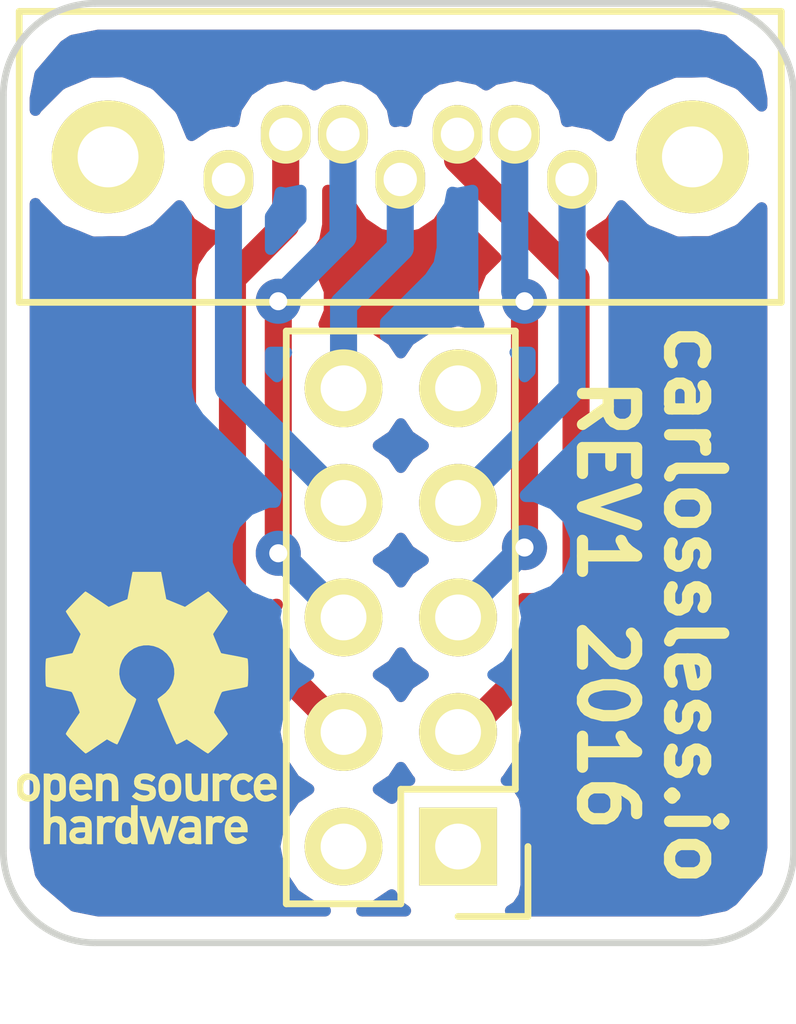
<source format=kicad_pcb>
(kicad_pcb (version 4) (host pcbnew 4.0.4-stable)

  (general
    (links 7)
    (no_connects 0)
    (area 139.624999 101.524999 157.301001 122.503001)
    (thickness 1.6)
    (drawings 9)
    (tracks 33)
    (zones 0)
    (modules 3)
    (nets 11)
  )

  (page A4)
  (layers
    (0 F.Cu signal)
    (31 B.Cu signal)
    (32 B.Adhes user)
    (33 F.Adhes user)
    (34 B.Paste user)
    (35 F.Paste user)
    (36 B.SilkS user)
    (37 F.SilkS user)
    (38 B.Mask user)
    (39 F.Mask user)
    (40 Dwgs.User user)
    (41 Cmts.User user)
    (42 Eco1.User user)
    (43 Eco2.User user)
    (44 Edge.Cuts user)
    (45 Margin user)
    (46 B.CrtYd user)
    (47 F.CrtYd user)
    (48 B.Fab user)
    (49 F.Fab user)
  )

  (setup
    (last_trace_width 0.6)
    (trace_clearance 0.2)
    (zone_clearance 0.508)
    (zone_45_only no)
    (trace_min 0.2)
    (segment_width 0.2)
    (edge_width 0.15)
    (via_size 1)
    (via_drill 0.4)
    (via_min_size 0.4)
    (via_min_drill 0.3)
    (uvia_size 0.3)
    (uvia_drill 0.1)
    (uvias_allowed no)
    (uvia_min_size 0.2)
    (uvia_min_drill 0.1)
    (pcb_text_width 0.3)
    (pcb_text_size 1.5 1.5)
    (mod_edge_width 0.15)
    (mod_text_size 1 1)
    (mod_text_width 0.15)
    (pad_size 1.524 1.524)
    (pad_drill 0.762)
    (pad_to_mask_clearance 0.2)
    (aux_axis_origin 0 0)
    (visible_elements FFFFFF7F)
    (pcbplotparams
      (layerselection 0x00030_80000001)
      (usegerberextensions false)
      (excludeedgelayer true)
      (linewidth 0.100000)
      (plotframeref false)
      (viasonmask false)
      (mode 1)
      (useauxorigin false)
      (hpglpennumber 1)
      (hpglpenspeed 20)
      (hpglpendiameter 15)
      (hpglpenoverlay 2)
      (psnegative false)
      (psa4output false)
      (plotreference true)
      (plotvalue true)
      (plotinvisibletext false)
      (padsonsilk false)
      (subtractmaskfromsilk false)
      (outputformat 1)
      (mirror false)
      (drillshape 1)
      (scaleselection 1)
      (outputdirectory ""))
  )

  (net 0 "")
  (net 1 USB1_D+)
  (net 2 USB1_D-)
  (net 3 USB2_D+)
  (net 4 USB2_D-)
  (net 5 USB2_GND)
  (net 6 USBB_GND)
  (net 7 USB1_GND)
  (net 8 "Net-(P2-Pad1)")
  (net 9 "Net-(P2-Pad2)")
  (net 10 "Net-(P2-Pad9)")

  (net_class Default "This is the default net class."
    (clearance 0.2)
    (trace_width 0.6)
    (via_dia 1)
    (via_drill 0.4)
    (uvia_dia 0.3)
    (uvia_drill 0.1)
    (add_net "Net-(P2-Pad1)")
    (add_net "Net-(P2-Pad2)")
    (add_net "Net-(P2-Pad9)")
    (add_net USB1_D+)
    (add_net USB1_D-)
    (add_net USB1_GND)
    (add_net USB2_D+)
    (add_net USB2_D-)
    (add_net USB2_GND)
    (add_net USBB_GND)
  )

  (module Connect:SATA-7_THT_VERT_1 (layer F.Cu) (tedit 58026028) (tstamp 580254F7)
    (at 148.5011 105.0036)
    (path /58025441)
    (fp_text reference P1 (at 0 -4.191) (layer F.SilkS) hide
      (effects (font (size 1 1) (thickness 0.15)))
    )
    (fp_text value CONN_01X07 (at 0 -2.286) (layer F.Fab)
      (effects (font (size 1 1) (thickness 0.15)))
    )
    (fp_line (start -8.45 -3.225) (end 8.45 -3.225) (layer F.SilkS) (width 0.15))
    (fp_line (start 8.45 -3.225) (end 8.45 3.225) (layer F.SilkS) (width 0.15))
    (fp_line (start 8.45 3.225) (end -8.45 3.225) (layer F.SilkS) (width 0.15))
    (fp_line (start -8.45 3.225) (end -8.45 -3.225) (layer F.SilkS) (width 0.15))
    (pad 9 thru_hole circle (at 6.48 0) (size 2.5 2.5) (drill 1.35) (layers *.Cu *.Mask F.SilkS))
    (pad 2 thru_hole oval (at 2.54 -0.5) (size 1.1 1.3) (drill 0.74) (layers *.Cu *.Mask F.SilkS)
      (net 1 USB1_D+))
    (pad 8 thru_hole circle (at -6.48 0) (size 2.5 2.5) (drill 1.35) (layers *.Cu *.Mask F.SilkS))
    (pad 3 thru_hole oval (at 1.27 -0.5) (size 1.1 1.3) (drill 0.74) (layers *.Cu *.Mask F.SilkS)
      (net 2 USB1_D-))
    (pad 5 thru_hole oval (at -1.27 -0.5) (size 1.1 1.3) (drill 0.74) (layers *.Cu *.Mask F.SilkS)
      (net 3 USB2_D+))
    (pad 6 thru_hole oval (at -2.54 -0.5) (size 1.1 1.3) (drill 0.74) (layers *.Cu *.Mask F.SilkS)
      (net 4 USB2_D-))
    (pad 7 thru_hole oval (at -3.81 0.5) (size 1.1 1.3) (drill 0.74) (layers *.Cu *.Mask F.SilkS)
      (net 5 USB2_GND))
    (pad 4 thru_hole oval (at 0 0.5) (size 1.1 1.3) (drill 0.74) (layers *.Cu *.Mask F.SilkS)
      (net 6 USBB_GND))
    (pad 1 thru_hole oval (at 3.81 0.5) (size 1.1 1.3) (drill 0.74) (layers *.Cu *.Mask F.SilkS)
      (net 7 USB1_GND))
  )

  (module Pin_Headers:Pin_Header_Straight_2x05 locked (layer F.Cu) (tedit 58026030) (tstamp 58025511)
    (at 149.7838 120.2944 180)
    (descr "Through hole pin header")
    (tags "pin header")
    (path /58025527)
    (fp_text reference P2 (at 0 -5.1 180) (layer F.SilkS) hide
      (effects (font (size 1 1) (thickness 0.15)))
    )
    (fp_text value CONN_02X05 (at 0 -3.1 180) (layer F.Fab)
      (effects (font (size 1 1) (thickness 0.15)))
    )
    (fp_line (start -1.75 -1.75) (end -1.75 11.95) (layer F.CrtYd) (width 0.05))
    (fp_line (start 4.3 -1.75) (end 4.3 11.95) (layer F.CrtYd) (width 0.05))
    (fp_line (start -1.75 -1.75) (end 4.3 -1.75) (layer F.CrtYd) (width 0.05))
    (fp_line (start -1.75 11.95) (end 4.3 11.95) (layer F.CrtYd) (width 0.05))
    (fp_line (start 3.81 -1.27) (end 3.81 11.43) (layer F.SilkS) (width 0.15))
    (fp_line (start 3.81 11.43) (end -1.27 11.43) (layer F.SilkS) (width 0.15))
    (fp_line (start -1.27 11.43) (end -1.27 1.27) (layer F.SilkS) (width 0.15))
    (fp_line (start 3.81 -1.27) (end 1.27 -1.27) (layer F.SilkS) (width 0.15))
    (fp_line (start 0 -1.55) (end -1.55 -1.55) (layer F.SilkS) (width 0.15))
    (fp_line (start 1.27 -1.27) (end 1.27 1.27) (layer F.SilkS) (width 0.15))
    (fp_line (start 1.27 1.27) (end -1.27 1.27) (layer F.SilkS) (width 0.15))
    (fp_line (start -1.55 -1.55) (end -1.55 0) (layer F.SilkS) (width 0.15))
    (pad 1 thru_hole rect (at 0 0 180) (size 1.7272 1.7272) (drill 1.016) (layers *.Cu *.Mask F.SilkS)
      (net 8 "Net-(P2-Pad1)"))
    (pad 2 thru_hole oval (at 2.54 0 180) (size 1.7272 1.7272) (drill 1.016) (layers *.Cu *.Mask F.SilkS)
      (net 9 "Net-(P2-Pad2)"))
    (pad 3 thru_hole oval (at 0 2.54 180) (size 1.7272 1.7272) (drill 1.016) (layers *.Cu *.Mask F.SilkS)
      (net 2 USB1_D-))
    (pad 4 thru_hole oval (at 2.54 2.54 180) (size 1.7272 1.7272) (drill 1.016) (layers *.Cu *.Mask F.SilkS)
      (net 4 USB2_D-))
    (pad 5 thru_hole oval (at 0 5.08 180) (size 1.7272 1.7272) (drill 1.016) (layers *.Cu *.Mask F.SilkS)
      (net 1 USB1_D+))
    (pad 6 thru_hole oval (at 2.54 5.08 180) (size 1.7272 1.7272) (drill 1.016) (layers *.Cu *.Mask F.SilkS)
      (net 3 USB2_D+))
    (pad 7 thru_hole oval (at 0 7.62 180) (size 1.7272 1.7272) (drill 1.016) (layers *.Cu *.Mask F.SilkS)
      (net 7 USB1_GND))
    (pad 8 thru_hole oval (at 2.54 7.62 180) (size 1.7272 1.7272) (drill 1.016) (layers *.Cu *.Mask F.SilkS)
      (net 5 USB2_GND))
    (pad 9 thru_hole oval (at 0 10.16 180) (size 1.7272 1.7272) (drill 1.016) (layers *.Cu *.Mask F.SilkS)
      (net 10 "Net-(P2-Pad9)"))
    (pad 10 thru_hole oval (at 2.54 10.16 180) (size 1.7272 1.7272) (drill 1.016) (layers *.Cu *.Mask F.SilkS)
      (net 6 USBB_GND))
    (model Pin_Headers.3dshapes/Pin_Header_Straight_2x05.wrl
      (at (xyz 0.05 -0.2 0))
      (scale (xyz 1 1 1))
      (rotate (xyz 0 0 90))
    )
  )

  (module Symbols:OSHW-Logo_5.7x6mm_SilkScreen (layer F.Cu) (tedit 0) (tstamp 580269B5)
    (at 142.875 117.221)
    (descr "Open Source Hardware Logo")
    (tags "Logo OSHW")
    (attr virtual)
    (fp_text reference REF*** (at 0 0) (layer F.SilkS) hide
      (effects (font (size 1 1) (thickness 0.15)))
    )
    (fp_text value OSHW-Logo_5.7x6mm_SilkScreen (at 0.75 0) (layer F.Fab) hide
      (effects (font (size 1 1) (thickness 0.15)))
    )
    (fp_poly (pts (xy -1.908759 1.469184) (xy -1.882247 1.482282) (xy -1.849553 1.505106) (xy -1.825725 1.529996)
      (xy -1.809406 1.561249) (xy -1.79924 1.603166) (xy -1.793872 1.660044) (xy -1.791944 1.736184)
      (xy -1.791831 1.768917) (xy -1.792161 1.840656) (xy -1.793527 1.891927) (xy -1.7965 1.927404)
      (xy -1.801649 1.951763) (xy -1.809543 1.96968) (xy -1.817757 1.981902) (xy -1.870187 2.033905)
      (xy -1.93193 2.065184) (xy -1.998536 2.074592) (xy -2.065558 2.06098) (xy -2.086792 2.051354)
      (xy -2.137624 2.024859) (xy -2.137624 2.440052) (xy -2.100525 2.420868) (xy -2.051643 2.406025)
      (xy -1.991561 2.402222) (xy -1.931564 2.409243) (xy -1.886256 2.425013) (xy -1.848675 2.455047)
      (xy -1.816564 2.498024) (xy -1.81415 2.502436) (xy -1.803967 2.523221) (xy -1.79653 2.54417)
      (xy -1.791411 2.569548) (xy -1.788181 2.603618) (xy -1.786413 2.650641) (xy -1.785677 2.714882)
      (xy -1.785544 2.787176) (xy -1.785544 3.017822) (xy -1.923861 3.017822) (xy -1.923861 2.592533)
      (xy -1.962549 2.559979) (xy -2.002738 2.53394) (xy -2.040797 2.529205) (xy -2.079066 2.541389)
      (xy -2.099462 2.55332) (xy -2.114642 2.570313) (xy -2.125438 2.595995) (xy -2.132683 2.633991)
      (xy -2.137208 2.687926) (xy -2.139844 2.761425) (xy -2.140772 2.810347) (xy -2.143911 3.011535)
      (xy -2.209926 3.015336) (xy -2.27594 3.019136) (xy -2.27594 1.77065) (xy -2.137624 1.77065)
      (xy -2.134097 1.840254) (xy -2.122215 1.888569) (xy -2.10002 1.918631) (xy -2.065559 1.933471)
      (xy -2.030742 1.936436) (xy -1.991329 1.933028) (xy -1.965171 1.919617) (xy -1.948814 1.901896)
      (xy -1.935937 1.882835) (xy -1.928272 1.861601) (xy -1.924861 1.831849) (xy -1.924749 1.787236)
      (xy -1.925897 1.74988) (xy -1.928532 1.693604) (xy -1.932456 1.656658) (xy -1.939063 1.633223)
      (xy -1.949749 1.61748) (xy -1.959833 1.60838) (xy -2.00197 1.588537) (xy -2.05184 1.585332)
      (xy -2.080476 1.592168) (xy -2.108828 1.616464) (xy -2.127609 1.663728) (xy -2.136712 1.733624)
      (xy -2.137624 1.77065) (xy -2.27594 1.77065) (xy -2.27594 1.458614) (xy -2.206782 1.458614)
      (xy -2.16526 1.460256) (xy -2.143838 1.466087) (xy -2.137626 1.477461) (xy -2.137624 1.477798)
      (xy -2.134742 1.488938) (xy -2.12203 1.487673) (xy -2.096757 1.475433) (xy -2.037869 1.456707)
      (xy -1.971615 1.454739) (xy -1.908759 1.469184)) (layer F.SilkS) (width 0.01))
    (fp_poly (pts (xy -1.38421 2.406555) (xy -1.325055 2.422339) (xy -1.280023 2.450948) (xy -1.248246 2.488419)
      (xy -1.238366 2.504411) (xy -1.231073 2.521163) (xy -1.225974 2.542592) (xy -1.222679 2.572616)
      (xy -1.220797 2.615154) (xy -1.219937 2.674122) (xy -1.219707 2.75344) (xy -1.219703 2.774484)
      (xy -1.219703 3.017822) (xy -1.280059 3.017822) (xy -1.318557 3.015126) (xy -1.347023 3.008295)
      (xy -1.354155 3.004083) (xy -1.373652 2.996813) (xy -1.393566 3.004083) (xy -1.426353 3.01316)
      (xy -1.473978 3.016813) (xy -1.526764 3.015228) (xy -1.575036 3.008589) (xy -1.603218 3.000072)
      (xy -1.657753 2.965063) (xy -1.691835 2.916479) (xy -1.707157 2.851882) (xy -1.707299 2.850223)
      (xy -1.705955 2.821566) (xy -1.584356 2.821566) (xy -1.573726 2.854161) (xy -1.55641 2.872505)
      (xy -1.521652 2.886379) (xy -1.475773 2.891917) (xy -1.428988 2.889191) (xy -1.391514 2.878274)
      (xy -1.381015 2.871269) (xy -1.362668 2.838904) (xy -1.35802 2.802111) (xy -1.35802 2.753763)
      (xy -1.427582 2.753763) (xy -1.493667 2.75885) (xy -1.543764 2.773263) (xy -1.574929 2.795729)
      (xy -1.584356 2.821566) (xy -1.705955 2.821566) (xy -1.703987 2.779647) (xy -1.68071 2.723845)
      (xy -1.636948 2.681647) (xy -1.630899 2.677808) (xy -1.604907 2.665309) (xy -1.572735 2.65774)
      (xy -1.52776 2.654061) (xy -1.474331 2.653216) (xy -1.35802 2.653169) (xy -1.35802 2.604411)
      (xy -1.362953 2.566581) (xy -1.375543 2.541236) (xy -1.377017 2.539887) (xy -1.405034 2.5288)
      (xy -1.447326 2.524503) (xy -1.494064 2.526615) (xy -1.535418 2.534756) (xy -1.559957 2.546965)
      (xy -1.573253 2.556746) (xy -1.587294 2.558613) (xy -1.606671 2.5506) (xy -1.635976 2.530739)
      (xy -1.679803 2.497063) (xy -1.683825 2.493909) (xy -1.681764 2.482236) (xy -1.664568 2.462822)
      (xy -1.638433 2.441248) (xy -1.609552 2.423096) (xy -1.600478 2.418809) (xy -1.56738 2.410256)
      (xy -1.51888 2.404155) (xy -1.464695 2.401708) (xy -1.462161 2.401703) (xy -1.38421 2.406555)) (layer F.SilkS) (width 0.01))
    (fp_poly (pts (xy -0.993356 2.40302) (xy -0.974539 2.40866) (xy -0.968473 2.421053) (xy -0.968218 2.426647)
      (xy -0.967129 2.44223) (xy -0.959632 2.444676) (xy -0.939381 2.433993) (xy -0.927351 2.426694)
      (xy -0.8894 2.411063) (xy -0.844072 2.403334) (xy -0.796544 2.40274) (xy -0.751995 2.408513)
      (xy -0.715602 2.419884) (xy -0.692543 2.436088) (xy -0.687996 2.456355) (xy -0.690291 2.461843)
      (xy -0.70702 2.484626) (xy -0.732963 2.512647) (xy -0.737655 2.517177) (xy -0.762383 2.538005)
      (xy -0.783718 2.544735) (xy -0.813555 2.540038) (xy -0.825508 2.536917) (xy -0.862705 2.529421)
      (xy -0.888859 2.532792) (xy -0.910946 2.544681) (xy -0.931178 2.560635) (xy -0.946079 2.5807)
      (xy -0.956434 2.608702) (xy -0.963029 2.648467) (xy -0.966649 2.703823) (xy -0.968078 2.778594)
      (xy -0.968218 2.82374) (xy -0.968218 3.017822) (xy -1.09396 3.017822) (xy -1.09396 2.401683)
      (xy -1.031089 2.401683) (xy -0.993356 2.40302)) (layer F.SilkS) (width 0.01))
    (fp_poly (pts (xy -0.201188 3.017822) (xy -0.270346 3.017822) (xy -0.310488 3.016645) (xy -0.331394 3.011772)
      (xy -0.338922 3.001186) (xy -0.339505 2.994029) (xy -0.340774 2.979676) (xy -0.348779 2.976923)
      (xy -0.369815 2.985771) (xy -0.386173 2.994029) (xy -0.448977 3.013597) (xy -0.517248 3.014729)
      (xy -0.572752 3.000135) (xy -0.624438 2.964877) (xy -0.663838 2.912835) (xy -0.685413 2.85145)
      (xy -0.685962 2.848018) (xy -0.689167 2.810571) (xy -0.690761 2.756813) (xy -0.690633 2.716155)
      (xy -0.553279 2.716155) (xy -0.550097 2.770194) (xy -0.542859 2.814735) (xy -0.53306 2.839888)
      (xy -0.495989 2.87426) (xy -0.451974 2.886582) (xy -0.406584 2.876618) (xy -0.367797 2.846895)
      (xy -0.353108 2.826905) (xy -0.344519 2.80305) (xy -0.340496 2.76823) (xy -0.339505 2.71593)
      (xy -0.341278 2.664139) (xy -0.345963 2.618634) (xy -0.352603 2.588181) (xy -0.35371 2.585452)
      (xy -0.380491 2.553) (xy -0.419579 2.535183) (xy -0.463315 2.532306) (xy -0.504038 2.544674)
      (xy -0.534087 2.572593) (xy -0.537204 2.578148) (xy -0.546961 2.612022) (xy -0.552277 2.660728)
      (xy -0.553279 2.716155) (xy -0.690633 2.716155) (xy -0.690568 2.69554) (xy -0.689664 2.662563)
      (xy -0.683514 2.580981) (xy -0.670733 2.51973) (xy -0.649471 2.474449) (xy -0.617878 2.440779)
      (xy -0.587207 2.421014) (xy -0.544354 2.40712) (xy -0.491056 2.402354) (xy -0.43648 2.406236)
      (xy -0.389792 2.418282) (xy -0.365124 2.432693) (xy -0.339505 2.455878) (xy -0.339505 2.162773)
      (xy -0.201188 2.162773) (xy -0.201188 3.017822)) (layer F.SilkS) (width 0.01))
    (fp_poly (pts (xy 0.281524 2.404237) (xy 0.331255 2.407971) (xy 0.461291 2.797773) (xy 0.481678 2.728614)
      (xy 0.493946 2.685874) (xy 0.510085 2.628115) (xy 0.527512 2.564625) (xy 0.536726 2.53057)
      (xy 0.571388 2.401683) (xy 0.714391 2.401683) (xy 0.671646 2.536857) (xy 0.650596 2.603342)
      (xy 0.625167 2.683539) (xy 0.59861 2.767193) (xy 0.574902 2.841782) (xy 0.520902 3.011535)
      (xy 0.462598 3.015328) (xy 0.404295 3.019122) (xy 0.372679 2.914734) (xy 0.353182 2.849889)
      (xy 0.331904 2.7784) (xy 0.313308 2.715263) (xy 0.312574 2.71275) (xy 0.298684 2.669969)
      (xy 0.286429 2.640779) (xy 0.277846 2.629741) (xy 0.276082 2.631018) (xy 0.269891 2.64813)
      (xy 0.258128 2.684787) (xy 0.242225 2.736378) (xy 0.223614 2.798294) (xy 0.213543 2.832352)
      (xy 0.159007 3.017822) (xy 0.043264 3.017822) (xy -0.049263 2.725471) (xy -0.075256 2.643462)
      (xy -0.098934 2.568987) (xy -0.11918 2.505544) (xy -0.134874 2.456632) (xy -0.144898 2.425749)
      (xy -0.147945 2.416726) (xy -0.145533 2.407487) (xy -0.126592 2.403441) (xy -0.087177 2.403846)
      (xy -0.081007 2.404152) (xy -0.007914 2.407971) (xy 0.039957 2.58401) (xy 0.057553 2.648211)
      (xy 0.073277 2.704649) (xy 0.085746 2.748422) (xy 0.093574 2.77463) (xy 0.09502 2.778903)
      (xy 0.101014 2.77399) (xy 0.113101 2.748532) (xy 0.129893 2.705997) (xy 0.150003 2.64985)
      (xy 0.167003 2.59913) (xy 0.231794 2.400504) (xy 0.281524 2.404237)) (layer F.SilkS) (width 0.01))
    (fp_poly (pts (xy 1.038411 2.405417) (xy 1.091411 2.41829) (xy 1.106731 2.42511) (xy 1.136428 2.442974)
      (xy 1.15922 2.463093) (xy 1.176083 2.488962) (xy 1.187998 2.524073) (xy 1.195942 2.57192)
      (xy 1.200894 2.635996) (xy 1.203831 2.719794) (xy 1.204947 2.775768) (xy 1.209052 3.017822)
      (xy 1.138932 3.017822) (xy 1.096393 3.016038) (xy 1.074476 3.009942) (xy 1.068812 2.999706)
      (xy 1.065821 2.988637) (xy 1.052451 2.990754) (xy 1.034233 2.999629) (xy 0.988624 3.013233)
      (xy 0.930007 3.016899) (xy 0.868354 3.010903) (xy 0.813638 2.995521) (xy 0.80873 2.993386)
      (xy 0.758723 2.958255) (xy 0.725756 2.909419) (xy 0.710587 2.852333) (xy 0.711746 2.831824)
      (xy 0.835508 2.831824) (xy 0.846413 2.859425) (xy 0.878745 2.879204) (xy 0.93091 2.889819)
      (xy 0.958787 2.891228) (xy 1.005247 2.88762) (xy 1.036129 2.873597) (xy 1.043664 2.866931)
      (xy 1.064076 2.830666) (xy 1.068812 2.797773) (xy 1.068812 2.753763) (xy 1.007513 2.753763)
      (xy 0.936256 2.757395) (xy 0.886276 2.768818) (xy 0.854696 2.788824) (xy 0.847626 2.797743)
      (xy 0.835508 2.831824) (xy 0.711746 2.831824) (xy 0.713971 2.792456) (xy 0.736663 2.735244)
      (xy 0.767624 2.69658) (xy 0.786376 2.679864) (xy 0.804733 2.668878) (xy 0.828619 2.66218)
      (xy 0.863957 2.658326) (xy 0.916669 2.655873) (xy 0.937577 2.655168) (xy 1.068812 2.650879)
      (xy 1.06862 2.611158) (xy 1.063537 2.569405) (xy 1.045162 2.544158) (xy 1.008039 2.52803)
      (xy 1.007043 2.527742) (xy 0.95441 2.5214) (xy 0.902906 2.529684) (xy 0.86463 2.549827)
      (xy 0.849272 2.559773) (xy 0.83273 2.558397) (xy 0.807275 2.543987) (xy 0.792328 2.533817)
      (xy 0.763091 2.512088) (xy 0.74498 2.4958) (xy 0.742074 2.491137) (xy 0.75404 2.467005)
      (xy 0.789396 2.438185) (xy 0.804753 2.428461) (xy 0.848901 2.411714) (xy 0.908398 2.402227)
      (xy 0.974487 2.400095) (xy 1.038411 2.405417)) (layer F.SilkS) (width 0.01))
    (fp_poly (pts (xy 1.635255 2.401486) (xy 1.683595 2.411015) (xy 1.711114 2.425125) (xy 1.740064 2.448568)
      (xy 1.698876 2.500571) (xy 1.673482 2.532064) (xy 1.656238 2.547428) (xy 1.639102 2.549776)
      (xy 1.614027 2.542217) (xy 1.602257 2.537941) (xy 1.55427 2.531631) (xy 1.510324 2.545156)
      (xy 1.47806 2.57571) (xy 1.472819 2.585452) (xy 1.467112 2.611258) (xy 1.462706 2.658817)
      (xy 1.459811 2.724758) (xy 1.458631 2.80571) (xy 1.458614 2.817226) (xy 1.458614 3.017822)
      (xy 1.320297 3.017822) (xy 1.320297 2.401683) (xy 1.389456 2.401683) (xy 1.429333 2.402725)
      (xy 1.450107 2.407358) (xy 1.457789 2.417849) (xy 1.458614 2.427745) (xy 1.458614 2.453806)
      (xy 1.491745 2.427745) (xy 1.529735 2.409965) (xy 1.58077 2.401174) (xy 1.635255 2.401486)) (layer F.SilkS) (width 0.01))
    (fp_poly (pts (xy 2.032581 2.40497) (xy 2.092685 2.420597) (xy 2.143021 2.452848) (xy 2.167393 2.47694)
      (xy 2.207345 2.533895) (xy 2.230242 2.599965) (xy 2.238108 2.681182) (xy 2.238148 2.687748)
      (xy 2.238218 2.753763) (xy 1.858264 2.753763) (xy 1.866363 2.788342) (xy 1.880987 2.819659)
      (xy 1.906581 2.852291) (xy 1.911935 2.8575) (xy 1.957943 2.885694) (xy 2.01041 2.890475)
      (xy 2.070803 2.871926) (xy 2.08104 2.866931) (xy 2.112439 2.851745) (xy 2.13347 2.843094)
      (xy 2.137139 2.842293) (xy 2.149948 2.850063) (xy 2.174378 2.869072) (xy 2.186779 2.87946)
      (xy 2.212476 2.903321) (xy 2.220915 2.919077) (xy 2.215058 2.933571) (xy 2.211928 2.937534)
      (xy 2.190725 2.954879) (xy 2.155738 2.975959) (xy 2.131337 2.988265) (xy 2.062072 3.009946)
      (xy 1.985388 3.016971) (xy 1.912765 3.008647) (xy 1.892426 3.002686) (xy 1.829476 2.968952)
      (xy 1.782815 2.917045) (xy 1.752173 2.846459) (xy 1.737282 2.756692) (xy 1.735647 2.709753)
      (xy 1.740421 2.641413) (xy 1.86099 2.641413) (xy 1.872652 2.646465) (xy 1.903998 2.650429)
      (xy 1.949571 2.652768) (xy 1.980446 2.653169) (xy 2.035981 2.652783) (xy 2.071033 2.650975)
      (xy 2.090262 2.646773) (xy 2.09833 2.639203) (xy 2.099901 2.628218) (xy 2.089121 2.594381)
      (xy 2.06198 2.56094) (xy 2.026277 2.535272) (xy 1.99056 2.524772) (xy 1.942048 2.534086)
      (xy 1.900053 2.561013) (xy 1.870936 2.599827) (xy 1.86099 2.641413) (xy 1.740421 2.641413)
      (xy 1.742599 2.610236) (xy 1.764055 2.530949) (xy 1.80047 2.471263) (xy 1.852297 2.430549)
      (xy 1.91999 2.408179) (xy 1.956662 2.403871) (xy 2.032581 2.40497)) (layer F.SilkS) (width 0.01))
    (fp_poly (pts (xy -2.538261 1.465148) (xy -2.472479 1.494231) (xy -2.42254 1.542793) (xy -2.388374 1.610908)
      (xy -2.369907 1.698651) (xy -2.368583 1.712351) (xy -2.367546 1.808939) (xy -2.380993 1.893602)
      (xy -2.408108 1.962221) (xy -2.422627 1.984294) (xy -2.473201 2.031011) (xy -2.537609 2.061268)
      (xy -2.609666 2.073824) (xy -2.683185 2.067439) (xy -2.739072 2.047772) (xy -2.787132 2.014629)
      (xy -2.826412 1.971175) (xy -2.827092 1.970158) (xy -2.843044 1.943338) (xy -2.85341 1.916368)
      (xy -2.859688 1.882332) (xy -2.863373 1.83431) (xy -2.864997 1.794931) (xy -2.865672 1.759219)
      (xy -2.739955 1.759219) (xy -2.738726 1.79477) (xy -2.734266 1.842094) (xy -2.726397 1.872465)
      (xy -2.712207 1.894072) (xy -2.698917 1.906694) (xy -2.651802 1.933122) (xy -2.602505 1.936653)
      (xy -2.556593 1.917639) (xy -2.533638 1.896331) (xy -2.517096 1.874859) (xy -2.507421 1.854313)
      (xy -2.503174 1.827574) (xy -2.50292 1.787523) (xy -2.504228 1.750638) (xy -2.507043 1.697947)
      (xy -2.511505 1.663772) (xy -2.519548 1.64148) (xy -2.533103 1.624442) (xy -2.543845 1.614703)
      (xy -2.588777 1.589123) (xy -2.637249 1.587847) (xy -2.677894 1.602999) (xy -2.712567 1.634642)
      (xy -2.733224 1.68662) (xy -2.739955 1.759219) (xy -2.865672 1.759219) (xy -2.866479 1.716621)
      (xy -2.863948 1.658056) (xy -2.856362 1.614007) (xy -2.842681 1.579248) (xy -2.821865 1.548551)
      (xy -2.814147 1.539436) (xy -2.765889 1.494021) (xy -2.714128 1.467493) (xy -2.650828 1.456379)
      (xy -2.619961 1.455471) (xy -2.538261 1.465148)) (layer F.SilkS) (width 0.01))
    (fp_poly (pts (xy -1.356699 1.472614) (xy -1.344168 1.478514) (xy -1.300799 1.510283) (xy -1.25979 1.556646)
      (xy -1.229168 1.607696) (xy -1.220459 1.631166) (xy -1.212512 1.673091) (xy -1.207774 1.723757)
      (xy -1.207199 1.744679) (xy -1.207129 1.810693) (xy -1.587083 1.810693) (xy -1.578983 1.845273)
      (xy -1.559104 1.88617) (xy -1.524347 1.921514) (xy -1.482998 1.944282) (xy -1.456649 1.94901)
      (xy -1.420916 1.943273) (xy -1.378282 1.928882) (xy -1.363799 1.922262) (xy -1.31024 1.895513)
      (xy -1.264533 1.930376) (xy -1.238158 1.953955) (xy -1.224124 1.973417) (xy -1.223414 1.979129)
      (xy -1.235951 1.992973) (xy -1.263428 2.014012) (xy -1.288366 2.030425) (xy -1.355664 2.05993)
      (xy -1.43111 2.073284) (xy -1.505888 2.069812) (xy -1.565495 2.051663) (xy -1.626941 2.012784)
      (xy -1.670608 1.961595) (xy -1.697926 1.895367) (xy -1.710322 1.811371) (xy -1.711421 1.772936)
      (xy -1.707022 1.684861) (xy -1.706482 1.682299) (xy -1.580582 1.682299) (xy -1.577115 1.690558)
      (xy -1.562863 1.695113) (xy -1.53347 1.697065) (xy -1.484575 1.697517) (xy -1.465748 1.697525)
      (xy -1.408467 1.696843) (xy -1.372141 1.694364) (xy -1.352604 1.689443) (xy -1.34569 1.681434)
      (xy -1.345445 1.678862) (xy -1.353336 1.658423) (xy -1.373085 1.629789) (xy -1.381575 1.619763)
      (xy -1.413094 1.591408) (xy -1.445949 1.580259) (xy -1.463651 1.579327) (xy -1.511539 1.590981)
      (xy -1.551699 1.622285) (xy -1.577173 1.667752) (xy -1.577625 1.669233) (xy -1.580582 1.682299)
      (xy -1.706482 1.682299) (xy -1.692392 1.61551) (xy -1.666038 1.560025) (xy -1.633807 1.520639)
      (xy -1.574217 1.477931) (xy -1.504168 1.455109) (xy -1.429661 1.453046) (xy -1.356699 1.472614)) (layer F.SilkS) (width 0.01))
    (fp_poly (pts (xy 0.014017 1.456452) (xy 0.061634 1.465482) (xy 0.111034 1.48437) (xy 0.116312 1.486777)
      (xy 0.153774 1.506476) (xy 0.179717 1.524781) (xy 0.188103 1.536508) (xy 0.180117 1.555632)
      (xy 0.16072 1.58385) (xy 0.15211 1.594384) (xy 0.116628 1.635847) (xy 0.070885 1.608858)
      (xy 0.02735 1.590878) (xy -0.02295 1.581267) (xy -0.071188 1.58066) (xy -0.108533 1.589691)
      (xy -0.117495 1.595327) (xy -0.134563 1.621171) (xy -0.136637 1.650941) (xy -0.123866 1.674197)
      (xy -0.116312 1.678708) (xy -0.093675 1.684309) (xy -0.053885 1.690892) (xy -0.004834 1.697183)
      (xy 0.004215 1.69817) (xy 0.082996 1.711798) (xy 0.140136 1.734946) (xy 0.17803 1.769752)
      (xy 0.199079 1.818354) (xy 0.205635 1.877718) (xy 0.196577 1.945198) (xy 0.167164 1.998188)
      (xy 0.117278 2.036783) (xy 0.0468 2.061081) (xy -0.031435 2.070667) (xy -0.095234 2.070552)
      (xy -0.146984 2.061845) (xy -0.182327 2.049825) (xy -0.226983 2.02888) (xy -0.268253 2.004574)
      (xy -0.282921 1.993876) (xy -0.320643 1.963084) (xy -0.275148 1.917049) (xy -0.229653 1.871013)
      (xy -0.177928 1.905243) (xy -0.126048 1.930952) (xy -0.070649 1.944399) (xy -0.017395 1.945818)
      (xy 0.028049 1.935443) (xy 0.060016 1.913507) (xy 0.070338 1.894998) (xy 0.068789 1.865314)
      (xy 0.04314 1.842615) (xy -0.00654 1.82694) (xy -0.060969 1.819695) (xy -0.144736 1.805873)
      (xy -0.206967 1.779796) (xy -0.248493 1.740699) (xy -0.270147 1.68782) (xy -0.273147 1.625126)
      (xy -0.258329 1.559642) (xy -0.224546 1.510144) (xy -0.171495 1.476408) (xy -0.098874 1.458207)
      (xy -0.045072 1.454639) (xy 0.014017 1.456452)) (layer F.SilkS) (width 0.01))
    (fp_poly (pts (xy 0.610762 1.466055) (xy 0.674363 1.500692) (xy 0.724123 1.555372) (xy 0.747568 1.599842)
      (xy 0.757634 1.639121) (xy 0.764156 1.695116) (xy 0.766951 1.759621) (xy 0.765836 1.824429)
      (xy 0.760626 1.881334) (xy 0.754541 1.911727) (xy 0.734014 1.953306) (xy 0.698463 1.997468)
      (xy 0.655619 2.036087) (xy 0.613211 2.061034) (xy 0.612177 2.06143) (xy 0.559553 2.072331)
      (xy 0.497188 2.072601) (xy 0.437924 2.062676) (xy 0.41504 2.054722) (xy 0.356102 2.0213)
      (xy 0.31389 1.977511) (xy 0.286156 1.919538) (xy 0.270651 1.843565) (xy 0.267143 1.803771)
      (xy 0.26759 1.753766) (xy 0.402376 1.753766) (xy 0.406917 1.826732) (xy 0.419986 1.882334)
      (xy 0.440756 1.917861) (xy 0.455552 1.92802) (xy 0.493464 1.935104) (xy 0.538527 1.933007)
      (xy 0.577487 1.922812) (xy 0.587704 1.917204) (xy 0.614659 1.884538) (xy 0.632451 1.834545)
      (xy 0.640024 1.773705) (xy 0.636325 1.708497) (xy 0.628057 1.669253) (xy 0.60432 1.623805)
      (xy 0.566849 1.595396) (xy 0.52172 1.585573) (xy 0.475011 1.595887) (xy 0.439132 1.621112)
      (xy 0.420277 1.641925) (xy 0.409272 1.662439) (xy 0.404026 1.690203) (xy 0.402449 1.732762)
      (xy 0.402376 1.753766) (xy 0.26759 1.753766) (xy 0.268094 1.69758) (xy 0.285388 1.610501)
      (xy 0.319029 1.54253) (xy 0.369018 1.493664) (xy 0.435356 1.463899) (xy 0.449601 1.460448)
      (xy 0.53521 1.452345) (xy 0.610762 1.466055)) (layer F.SilkS) (width 0.01))
    (fp_poly (pts (xy 0.993367 1.654342) (xy 0.994555 1.746563) (xy 0.998897 1.81661) (xy 1.007558 1.867381)
      (xy 1.021704 1.901772) (xy 1.0425 1.922679) (xy 1.07111 1.933) (xy 1.106535 1.935636)
      (xy 1.143636 1.932682) (xy 1.171818 1.921889) (xy 1.192243 1.90036) (xy 1.206079 1.865199)
      (xy 1.214491 1.81351) (xy 1.218643 1.742394) (xy 1.219703 1.654342) (xy 1.219703 1.458614)
      (xy 1.35802 1.458614) (xy 1.35802 2.062179) (xy 1.288862 2.062179) (xy 1.24717 2.060489)
      (xy 1.225701 2.054556) (xy 1.219703 2.043293) (xy 1.216091 2.033261) (xy 1.201714 2.035383)
      (xy 1.172736 2.04958) (xy 1.106319 2.07148) (xy 1.035875 2.069928) (xy 0.968377 2.046147)
      (xy 0.936233 2.027362) (xy 0.911715 2.007022) (xy 0.893804 1.981573) (xy 0.881479 1.947458)
      (xy 0.873723 1.901121) (xy 0.869516 1.839007) (xy 0.86784 1.757561) (xy 0.867624 1.694578)
      (xy 0.867624 1.458614) (xy 0.993367 1.458614) (xy 0.993367 1.654342)) (layer F.SilkS) (width 0.01))
    (fp_poly (pts (xy 2.217226 1.46388) (xy 2.29008 1.49483) (xy 2.313027 1.509895) (xy 2.342354 1.533048)
      (xy 2.360764 1.551253) (xy 2.363961 1.557183) (xy 2.354935 1.57034) (xy 2.331837 1.592667)
      (xy 2.313344 1.60825) (xy 2.262728 1.648926) (xy 2.22276 1.615295) (xy 2.191874 1.593584)
      (xy 2.161759 1.58609) (xy 2.127292 1.58792) (xy 2.072561 1.601528) (xy 2.034886 1.629772)
      (xy 2.011991 1.675433) (xy 2.001597 1.741289) (xy 2.001595 1.741331) (xy 2.002494 1.814939)
      (xy 2.016463 1.868946) (xy 2.044328 1.905716) (xy 2.063325 1.918168) (xy 2.113776 1.933673)
      (xy 2.167663 1.933683) (xy 2.214546 1.918638) (xy 2.225644 1.911287) (xy 2.253476 1.892511)
      (xy 2.275236 1.889434) (xy 2.298704 1.903409) (xy 2.324649 1.92851) (xy 2.365716 1.97088)
      (xy 2.320121 2.008464) (xy 2.249674 2.050882) (xy 2.170233 2.071785) (xy 2.087215 2.070272)
      (xy 2.032694 2.056411) (xy 1.96897 2.022135) (xy 1.918005 1.968212) (xy 1.894851 1.930149)
      (xy 1.876099 1.875536) (xy 1.866715 1.806369) (xy 1.866643 1.731407) (xy 1.875824 1.659409)
      (xy 1.894199 1.599137) (xy 1.897093 1.592958) (xy 1.939952 1.532351) (xy 1.997979 1.488224)
      (xy 2.066591 1.461493) (xy 2.141201 1.453073) (xy 2.217226 1.46388)) (layer F.SilkS) (width 0.01))
    (fp_poly (pts (xy 2.677898 1.456457) (xy 2.710096 1.464279) (xy 2.771825 1.492921) (xy 2.82461 1.536667)
      (xy 2.861141 1.589117) (xy 2.86616 1.600893) (xy 2.873045 1.63174) (xy 2.877864 1.677371)
      (xy 2.879505 1.723492) (xy 2.879505 1.810693) (xy 2.697178 1.810693) (xy 2.621979 1.810978)
      (xy 2.569003 1.812704) (xy 2.535325 1.817181) (xy 2.51802 1.82572) (xy 2.514163 1.83963)
      (xy 2.520829 1.860222) (xy 2.53277 1.884315) (xy 2.56608 1.924525) (xy 2.612368 1.944558)
      (xy 2.668944 1.943905) (xy 2.733031 1.922101) (xy 2.788417 1.895193) (xy 2.834375 1.931532)
      (xy 2.880333 1.967872) (xy 2.837096 2.007819) (xy 2.779374 2.045563) (xy 2.708386 2.06832)
      (xy 2.632029 2.074688) (xy 2.558199 2.063268) (xy 2.546287 2.059393) (xy 2.481399 2.025506)
      (xy 2.43313 1.974986) (xy 2.400465 1.906325) (xy 2.382385 1.818014) (xy 2.382175 1.816121)
      (xy 2.380556 1.719878) (xy 2.3871 1.685542) (xy 2.514852 1.685542) (xy 2.526584 1.690822)
      (xy 2.558438 1.694867) (xy 2.605397 1.697176) (xy 2.635154 1.697525) (xy 2.690648 1.697306)
      (xy 2.725346 1.695916) (xy 2.743601 1.692251) (xy 2.749766 1.68521) (xy 2.748195 1.67369)
      (xy 2.746878 1.669233) (xy 2.724382 1.627355) (xy 2.689003 1.593604) (xy 2.65778 1.578773)
      (xy 2.616301 1.579668) (xy 2.574269 1.598164) (xy 2.539012 1.628786) (xy 2.517854 1.666062)
      (xy 2.514852 1.685542) (xy 2.3871 1.685542) (xy 2.39669 1.635229) (xy 2.428698 1.564191)
      (xy 2.474701 1.508779) (xy 2.532821 1.471009) (xy 2.60118 1.452896) (xy 2.677898 1.456457)) (layer F.SilkS) (width 0.01))
    (fp_poly (pts (xy -0.754012 1.469002) (xy -0.722717 1.48395) (xy -0.692409 1.505541) (xy -0.669318 1.530391)
      (xy -0.6525 1.562087) (xy -0.641006 1.604214) (xy -0.633891 1.660358) (xy -0.630207 1.734106)
      (xy -0.629008 1.829044) (xy -0.628989 1.838985) (xy -0.628713 2.062179) (xy -0.76703 2.062179)
      (xy -0.76703 1.856418) (xy -0.767128 1.780189) (xy -0.767809 1.724939) (xy -0.769651 1.686501)
      (xy -0.773233 1.660706) (xy -0.779132 1.643384) (xy -0.787927 1.630368) (xy -0.80018 1.617507)
      (xy -0.843047 1.589873) (xy -0.889843 1.584745) (xy -0.934424 1.602217) (xy -0.949928 1.615221)
      (xy -0.96131 1.627447) (xy -0.969481 1.64054) (xy -0.974974 1.658615) (xy -0.97832 1.685787)
      (xy -0.980051 1.72617) (xy -0.980697 1.783879) (xy -0.980792 1.854132) (xy -0.980792 2.062179)
      (xy -1.119109 2.062179) (xy -1.119109 1.458614) (xy -1.04995 1.458614) (xy -1.008428 1.460256)
      (xy -0.987006 1.466087) (xy -0.980795 1.477461) (xy -0.980792 1.477798) (xy -0.97791 1.488938)
      (xy -0.965199 1.487674) (xy -0.939926 1.475434) (xy -0.882605 1.457424) (xy -0.817037 1.455421)
      (xy -0.754012 1.469002)) (layer F.SilkS) (width 0.01))
    (fp_poly (pts (xy 1.79946 1.45803) (xy 1.842711 1.471245) (xy 1.870558 1.487941) (xy 1.879629 1.501145)
      (xy 1.877132 1.516797) (xy 1.860931 1.541385) (xy 1.847232 1.5588) (xy 1.818992 1.590283)
      (xy 1.797775 1.603529) (xy 1.779688 1.602664) (xy 1.726035 1.58901) (xy 1.68663 1.58963)
      (xy 1.654632 1.605104) (xy 1.64389 1.614161) (xy 1.609505 1.646027) (xy 1.609505 2.062179)
      (xy 1.471188 2.062179) (xy 1.471188 1.458614) (xy 1.540347 1.458614) (xy 1.581869 1.460256)
      (xy 1.603291 1.466087) (xy 1.609502 1.477461) (xy 1.609505 1.477798) (xy 1.612439 1.489713)
      (xy 1.625704 1.488159) (xy 1.644084 1.479563) (xy 1.682046 1.463568) (xy 1.712872 1.453945)
      (xy 1.752536 1.451478) (xy 1.79946 1.45803)) (layer F.SilkS) (width 0.01))
    (fp_poly (pts (xy 0.376964 -2.709982) (xy 0.433812 -2.40843) (xy 0.853338 -2.235488) (xy 1.104984 -2.406605)
      (xy 1.175458 -2.45425) (xy 1.239163 -2.49679) (xy 1.293126 -2.532285) (xy 1.334373 -2.55879)
      (xy 1.359934 -2.574364) (xy 1.366895 -2.577722) (xy 1.379435 -2.569086) (xy 1.406231 -2.545208)
      (xy 1.44428 -2.509141) (xy 1.490579 -2.463933) (xy 1.542123 -2.412636) (xy 1.595909 -2.358299)
      (xy 1.648935 -2.303972) (xy 1.698195 -2.252705) (xy 1.740687 -2.207549) (xy 1.773407 -2.171554)
      (xy 1.793351 -2.14777) (xy 1.798119 -2.13981) (xy 1.791257 -2.125135) (xy 1.77202 -2.092986)
      (xy 1.74243 -2.046508) (xy 1.70451 -1.988844) (xy 1.660282 -1.92314) (xy 1.634654 -1.885664)
      (xy 1.587941 -1.817232) (xy 1.546432 -1.75548) (xy 1.51214 -1.703481) (xy 1.48708 -1.664308)
      (xy 1.473264 -1.641035) (xy 1.471188 -1.636145) (xy 1.475895 -1.622245) (xy 1.488723 -1.58985)
      (xy 1.507738 -1.543515) (xy 1.531003 -1.487794) (xy 1.556584 -1.427242) (xy 1.582545 -1.366414)
      (xy 1.60695 -1.309864) (xy 1.627863 -1.262148) (xy 1.643349 -1.227819) (xy 1.651472 -1.211432)
      (xy 1.651952 -1.210788) (xy 1.664707 -1.207659) (xy 1.698677 -1.200679) (xy 1.75034 -1.190533)
      (xy 1.816176 -1.177908) (xy 1.892664 -1.163491) (xy 1.93729 -1.155177) (xy 2.019021 -1.139616)
      (xy 2.092843 -1.124808) (xy 2.155021 -1.111564) (xy 2.201822 -1.100695) (xy 2.229509 -1.093011)
      (xy 2.235074 -1.090573) (xy 2.240526 -1.07407) (xy 2.244924 -1.0368) (xy 2.248272 -0.98312)
      (xy 2.250574 -0.917388) (xy 2.251832 -0.843963) (xy 2.252048 -0.767204) (xy 2.251227 -0.691468)
      (xy 2.249371 -0.621114) (xy 2.246482 -0.5605) (xy 2.242565 -0.513984) (xy 2.237622 -0.485925)
      (xy 2.234657 -0.480084) (xy 2.216934 -0.473083) (xy 2.179381 -0.463073) (xy 2.126964 -0.451231)
      (xy 2.064652 -0.438733) (xy 2.0429 -0.43469) (xy 1.938024 -0.41548) (xy 1.85518 -0.400009)
      (xy 1.79163 -0.387663) (xy 1.744637 -0.377827) (xy 1.711463 -0.369886) (xy 1.689371 -0.363224)
      (xy 1.675624 -0.357227) (xy 1.667484 -0.351281) (xy 1.666345 -0.350106) (xy 1.654977 -0.331174)
      (xy 1.637635 -0.294331) (xy 1.61605 -0.244087) (xy 1.591954 -0.184954) (xy 1.567079 -0.121444)
      (xy 1.543157 -0.058068) (xy 1.521919 0.000662) (xy 1.505097 0.050235) (xy 1.494422 0.086139)
      (xy 1.491627 0.103862) (xy 1.49186 0.104483) (xy 1.501331 0.11897) (xy 1.522818 0.150844)
      (xy 1.554063 0.196789) (xy 1.592807 0.253485) (xy 1.636793 0.317617) (xy 1.649319 0.335842)
      (xy 1.693984 0.401914) (xy 1.733288 0.4622) (xy 1.765088 0.513235) (xy 1.787245 0.55156)
      (xy 1.797617 0.573711) (xy 1.798119 0.576432) (xy 1.789405 0.590736) (xy 1.765325 0.619072)
      (xy 1.728976 0.658396) (xy 1.683453 0.705661) (xy 1.631852 0.757823) (xy 1.577267 0.811835)
      (xy 1.522794 0.864653) (xy 1.471529 0.913231) (xy 1.426567 0.954523) (xy 1.391004 0.985485)
      (xy 1.367935 1.00307) (xy 1.361554 1.005941) (xy 1.346699 0.999178) (xy 1.316286 0.980939)
      (xy 1.275268 0.954297) (xy 1.243709 0.932852) (xy 1.186525 0.893503) (xy 1.118806 0.847171)
      (xy 1.05088 0.800913) (xy 1.014361 0.776155) (xy 0.890752 0.692547) (xy 0.786991 0.74865)
      (xy 0.73972 0.773228) (xy 0.699523 0.792331) (xy 0.672326 0.803227) (xy 0.665402 0.804743)
      (xy 0.657077 0.793549) (xy 0.640654 0.761917) (xy 0.617357 0.712765) (xy 0.588414 0.64901)
      (xy 0.55505 0.573571) (xy 0.518491 0.489364) (xy 0.479964 0.399308) (xy 0.440694 0.306321)
      (xy 0.401908 0.21332) (xy 0.36483 0.123223) (xy 0.330689 0.038948) (xy 0.300708 -0.036587)
      (xy 0.276116 -0.100466) (xy 0.258136 -0.149769) (xy 0.247997 -0.181579) (xy 0.246366 -0.192504)
      (xy 0.259291 -0.206439) (xy 0.287589 -0.22906) (xy 0.325346 -0.255667) (xy 0.328515 -0.257772)
      (xy 0.4261 -0.335886) (xy 0.504786 -0.427018) (xy 0.563891 -0.528255) (xy 0.602732 -0.636682)
      (xy 0.620628 -0.749386) (xy 0.616897 -0.863452) (xy 0.590857 -0.975966) (xy 0.541825 -1.084015)
      (xy 0.5274 -1.107655) (xy 0.452369 -1.203113) (xy 0.36373 -1.279768) (xy 0.264549 -1.33722)
      (xy 0.157895 -1.375071) (xy 0.046836 -1.392922) (xy -0.065561 -1.390375) (xy -0.176227 -1.36703)
      (xy -0.282094 -1.32249) (xy -0.380095 -1.256355) (xy -0.41041 -1.229513) (xy -0.487562 -1.145488)
      (xy -0.543782 -1.057034) (xy -0.582347 -0.957885) (xy -0.603826 -0.859697) (xy -0.609128 -0.749303)
      (xy -0.591448 -0.63836) (xy -0.552581 -0.530619) (xy -0.494323 -0.429831) (xy -0.418469 -0.339744)
      (xy -0.326817 -0.264108) (xy -0.314772 -0.256136) (xy -0.276611 -0.230026) (xy -0.247601 -0.207405)
      (xy -0.233732 -0.192961) (xy -0.233531 -0.192504) (xy -0.236508 -0.176879) (xy -0.248311 -0.141418)
      (xy -0.267714 -0.089038) (xy -0.293488 -0.022655) (xy -0.324409 0.054814) (xy -0.359249 0.14045)
      (xy -0.396783 0.231337) (xy -0.435783 0.324559) (xy -0.475023 0.417197) (xy -0.513276 0.506335)
      (xy -0.549317 0.589055) (xy -0.581917 0.662441) (xy -0.609852 0.723575) (xy -0.631895 0.769541)
      (xy -0.646818 0.797421) (xy -0.652828 0.804743) (xy -0.671191 0.799041) (xy -0.705552 0.783749)
      (xy -0.749984 0.761599) (xy -0.774417 0.74865) (xy -0.878178 0.692547) (xy -1.001787 0.776155)
      (xy -1.064886 0.818987) (xy -1.13397 0.866122) (xy -1.198707 0.910503) (xy -1.231134 0.932852)
      (xy -1.276741 0.963477) (xy -1.31536 0.987747) (xy -1.341952 1.002587) (xy -1.35059 1.005724)
      (xy -1.363161 0.997261) (xy -1.390984 0.973636) (xy -1.431361 0.937302) (xy -1.481595 0.890711)
      (xy -1.538988 0.836317) (xy -1.575286 0.801392) (xy -1.63879 0.738996) (xy -1.693673 0.683188)
      (xy -1.737714 0.636354) (xy -1.768695 0.600882) (xy -1.784398 0.579161) (xy -1.785905 0.574752)
      (xy -1.778914 0.557985) (xy -1.759594 0.524082) (xy -1.730091 0.476476) (xy -1.692545 0.418599)
      (xy -1.6491 0.353884) (xy -1.636745 0.335842) (xy -1.591727 0.270267) (xy -1.55134 0.211228)
      (xy -1.51784 0.162042) (xy -1.493486 0.126028) (xy -1.480536 0.106502) (xy -1.479285 0.104483)
      (xy -1.481156 0.088922) (xy -1.491087 0.054709) (xy -1.507347 0.006355) (xy -1.528205 -0.051629)
      (xy -1.551927 -0.11473) (xy -1.576784 -0.178437) (xy -1.601042 -0.238239) (xy -1.622971 -0.289624)
      (xy -1.640838 -0.328081) (xy -1.652913 -0.349098) (xy -1.653771 -0.350106) (xy -1.661154 -0.356112)
      (xy -1.673625 -0.362052) (xy -1.69392 -0.36854) (xy -1.724778 -0.376191) (xy -1.768934 -0.38562)
      (xy -1.829126 -0.397441) (xy -1.908093 -0.412271) (xy -2.00857 -0.430723) (xy -2.030325 -0.43469)
      (xy -2.094802 -0.447147) (xy -2.151011 -0.459334) (xy -2.193987 -0.470074) (xy -2.21876 -0.478191)
      (xy -2.222082 -0.480084) (xy -2.227556 -0.496862) (xy -2.232006 -0.534355) (xy -2.235428 -0.588206)
      (xy -2.237819 -0.654056) (xy -2.239177 -0.727547) (xy -2.239499 -0.80432) (xy -2.238781 -0.880017)
      (xy -2.237021 -0.95028) (xy -2.234216 -1.01075) (xy -2.230362 -1.05707) (xy -2.225457 -1.084881)
      (xy -2.2225 -1.090573) (xy -2.206037 -1.096314) (xy -2.168551 -1.105655) (xy -2.113775 -1.117785)
      (xy -2.045445 -1.131893) (xy -1.967294 -1.14717) (xy -1.924716 -1.155177) (xy -1.843929 -1.170279)
      (xy -1.771887 -1.18396) (xy -1.712111 -1.195533) (xy -1.668121 -1.204313) (xy -1.643439 -1.209613)
      (xy -1.639377 -1.210788) (xy -1.632511 -1.224035) (xy -1.617998 -1.255943) (xy -1.597771 -1.301953)
      (xy -1.573766 -1.357508) (xy -1.547918 -1.418047) (xy -1.52216 -1.479014) (xy -1.498427 -1.535849)
      (xy -1.478654 -1.583994) (xy -1.464776 -1.61889) (xy -1.458726 -1.635979) (xy -1.458614 -1.636726)
      (xy -1.465472 -1.650207) (xy -1.484698 -1.68123) (xy -1.514272 -1.726711) (xy -1.552173 -1.783568)
      (xy -1.59638 -1.848717) (xy -1.622079 -1.886138) (xy -1.668907 -1.954753) (xy -1.710499 -2.017048)
      (xy -1.744825 -2.069871) (xy -1.769857 -2.110073) (xy -1.783565 -2.1345) (xy -1.785544 -2.139976)
      (xy -1.777034 -2.152722) (xy -1.753507 -2.179937) (xy -1.717968 -2.218572) (xy -1.673423 -2.265577)
      (xy -1.622877 -2.317905) (xy -1.569336 -2.372505) (xy -1.515805 -2.42633) (xy -1.465289 -2.47633)
      (xy -1.420794 -2.519457) (xy -1.385325 -2.552661) (xy -1.361887 -2.572894) (xy -1.354046 -2.577722)
      (xy -1.34128 -2.570933) (xy -1.310744 -2.551858) (xy -1.26541 -2.522439) (xy -1.208244 -2.484619)
      (xy -1.142216 -2.440339) (xy -1.09241 -2.406605) (xy -0.840764 -2.235488) (xy -0.631001 -2.321959)
      (xy -0.421237 -2.40843) (xy -0.364389 -2.709982) (xy -0.30754 -3.011534) (xy 0.320115 -3.011534)
      (xy 0.376964 -2.709982)) (layer F.SilkS) (width 0.01))
  )

  (gr_text "carlossless.io\nREV1 2016" (at 154.051 114.935 270) (layer F.SilkS)
    (effects (font (size 1.2 1.2) (thickness 0.25)))
  )
  (gr_line (start 157.226 103.632) (end 157.226 120.396) (angle 90) (layer Edge.Cuts) (width 0.15))
  (gr_line (start 141.732 101.6) (end 155.194 101.6) (angle 90) (layer Edge.Cuts) (width 0.15))
  (gr_arc (start 155.194 103.632) (end 155.194 101.6) (angle 90) (layer Edge.Cuts) (width 0.15) (tstamp 5802657D))
  (gr_line (start 139.7 120.396) (end 139.7 103.632) (angle 90) (layer Edge.Cuts) (width 0.15))
  (gr_arc (start 141.732 103.632) (end 139.7 103.632) (angle 90) (layer Edge.Cuts) (width 0.15) (tstamp 5802652F))
  (gr_line (start 155.194 122.428) (end 141.732 122.428) (angle 90) (layer Edge.Cuts) (width 0.15))
  (gr_arc (start 141.732 120.396) (end 141.732 122.428) (angle 90) (layer Edge.Cuts) (width 0.15) (tstamp 580264E7))
  (gr_arc (start 155.194 120.396) (end 157.226 120.396) (angle 90) (layer Edge.Cuts) (width 0.15))

  (segment (start 151.0411 104.5036) (end 151.0411 107.9881) (width 0.6) (layer B.Cu) (net 1))
  (segment (start 151.257 113.665) (end 149.7838 115.1382) (width 0.6) (layer B.Cu) (net 1) (tstamp 58025CC3))
  (via (at 151.257 113.665) (size 1) (drill 0.4) (layers F.Cu B.Cu) (net 1))
  (segment (start 151.257 108.204) (end 151.257 113.665) (width 0.6) (layer F.Cu) (net 1) (tstamp 58025CB7))
  (via (at 151.257 108.204) (size 1) (drill 0.4) (layers F.Cu B.Cu) (net 1))
  (segment (start 151.0411 107.9881) (end 151.257 108.204) (width 0.6) (layer B.Cu) (net 1) (tstamp 58025C9C))
  (segment (start 149.7838 115.1382) (end 149.7838 115.2144) (width 0.6) (layer B.Cu) (net 1) (tstamp 58025CC4))
  (segment (start 149.7838 115.2144) (end 149.9616 115.2144) (width 0.4) (layer B.Cu) (net 1))
  (segment (start 149.7838 117.7544) (end 149.9616 117.7544) (width 0.4) (layer F.Cu) (net 2))
  (segment (start 149.9616 117.7544) (end 152.4 115.316) (width 0.6) (layer F.Cu) (net 2) (tstamp 58025A52))
  (segment (start 152.4 115.316) (end 152.4 107.696) (width 0.6) (layer F.Cu) (net 2) (tstamp 58025A57))
  (segment (start 152.4 107.696) (end 149.7711 105.0671) (width 0.6) (layer F.Cu) (net 2) (tstamp 58025A5C))
  (segment (start 149.7711 105.0671) (end 149.7711 104.5036) (width 0.4) (layer F.Cu) (net 2) (tstamp 58025A61))
  (segment (start 147.2438 115.2144) (end 147.2184 115.2144) (width 0.6) (layer B.Cu) (net 3))
  (segment (start 147.2184 115.2144) (end 145.796 113.792) (width 0.6) (layer B.Cu) (net 3) (tstamp 58025BE6))
  (segment (start 147.2311 106.7689) (end 147.2311 104.5036) (width 0.6) (layer B.Cu) (net 3) (tstamp 58025BF2))
  (segment (start 145.796 108.204) (end 147.2311 106.7689) (width 0.6) (layer B.Cu) (net 3) (tstamp 58025BF1))
  (via (at 145.796 108.204) (size 1) (drill 0.4) (layers F.Cu B.Cu) (net 3))
  (segment (start 145.796 113.792) (end 145.796 108.204) (width 0.6) (layer F.Cu) (net 3) (tstamp 58025BEB))
  (via (at 145.796 113.792) (size 1) (drill 0.4) (layers F.Cu B.Cu) (net 3))
  (via (at 147.2438 115.2144) (size 0.6) (drill 0.4) (layers F.Cu B.Cu) (net 3))
  (via (at 147.2438 117.7544) (size 0.6) (drill 0.4) (layers F.Cu B.Cu) (net 4))
  (segment (start 147.2438 117.7544) (end 144.78 115.2906) (width 0.6) (layer F.Cu) (net 4) (tstamp 580259A4))
  (segment (start 144.78 115.2906) (end 144.78 107.696) (width 0.6) (layer F.Cu) (net 4) (tstamp 580259A5))
  (segment (start 144.78 107.696) (end 145.9611 106.5149) (width 0.6) (layer F.Cu) (net 4) (tstamp 580259C6))
  (segment (start 145.9611 106.5149) (end 145.9611 104.5036) (width 0.6) (layer F.Cu) (net 4) (tstamp 580259CC))
  (segment (start 147.2438 112.6744) (end 144.6911 110.1217) (width 0.6) (layer B.Cu) (net 5))
  (segment (start 144.6911 110.1217) (end 144.6911 105.5036) (width 0.6) (layer B.Cu) (net 5))
  (segment (start 147.2438 108.2802) (end 148.5011 107.0229) (width 0.6) (layer B.Cu) (net 6))
  (segment (start 147.2438 110.1344) (end 147.2438 108.2802) (width 0.6) (layer B.Cu) (net 6))
  (segment (start 148.5011 107.0229) (end 148.5011 105.5036) (width 0.6) (layer B.Cu) (net 6))
  (segment (start 149.7838 112.6744) (end 152.3111 110.1471) (width 0.6) (layer B.Cu) (net 7))
  (segment (start 152.3111 110.1471) (end 152.3111 105.5036) (width 0.6) (layer B.Cu) (net 7))

  (zone (net 0) (net_name "") (layer B.Cu) (tstamp 58025EE8) (hatch edge 0.508)
    (connect_pads (clearance 0.508))
    (min_thickness 0.254)
    (fill yes (arc_segments 16) (thermal_gap 0.508) (thermal_bridge_width 0.508))
    (polygon
      (pts
        (xy 139.954 103.632) (xy 139.954 120.65) (xy 141.732 122.174) (xy 155.448 122.174) (xy 156.972 120.396)
        (xy 156.972 103.378) (xy 155.194 101.854) (xy 141.478 101.854)
      )
    )
    (filled_polygon
      (pts
        (xy 140.422143 106.069972) (xy 140.951939 106.600693) (xy 140.990973 106.616902) (xy 140.996633 106.629723) (xy 141.322331 106.754493)
        (xy 141.644505 106.888272) (xy 141.671605 106.888296) (xy 141.696906 106.897988) (xy 142.04556 106.888622) (xy 142.394405 106.888926)
        (xy 142.41945 106.878578) (xy 142.446535 106.87785) (xy 143.045567 106.629723) (xy 143.050886 106.617674) (xy 143.087472 106.602557)
        (xy 143.601256 106.089668) (xy 143.7561 106.321409) (xy 143.7561 110.1217) (xy 143.827273 110.479509) (xy 144.029955 110.782845)
        (xy 145.749964 112.502854) (xy 145.719316 112.656932) (xy 145.571225 112.656803) (xy 145.153914 112.829233) (xy 144.834355 113.148235)
        (xy 144.661197 113.565244) (xy 144.660803 114.016775) (xy 144.833233 114.434086) (xy 145.152235 114.753645) (xy 145.569244 114.926803)
        (xy 145.608547 114.926837) (xy 145.74575 115.06404) (xy 145.715841 115.2144) (xy 145.829915 115.787889) (xy 146.154771 116.27407)
        (xy 146.469552 116.4844) (xy 146.154771 116.69473) (xy 145.829915 117.180911) (xy 145.715841 117.7544) (xy 145.829915 118.327889)
        (xy 146.154771 118.81407) (xy 146.469552 119.0244) (xy 146.154771 119.23473) (xy 145.829915 119.720911) (xy 145.715841 120.2944)
        (xy 145.829915 120.867889) (xy 146.154771 121.35407) (xy 146.640952 121.678926) (xy 146.83739 121.718) (xy 141.801931 121.718)
        (xy 141.272221 121.612634) (xy 140.639631 121.070414) (xy 140.523482 120.896585) (xy 140.41 120.326069) (xy 140.41 106.040584)
      )
    )
    (filled_polygon
      (pts
        (xy 148.317038 121.393317) (xy 148.45611 121.609441) (xy 148.614991 121.718) (xy 147.65021 121.718) (xy 147.846648 121.678926)
        (xy 148.312242 121.367826)
      )
    )
    (filled_polygon
      (pts
        (xy 153.911939 106.600693) (xy 153.950973 106.616902) (xy 153.956633 106.629723) (xy 154.282331 106.754493) (xy 154.604505 106.888272)
        (xy 154.631605 106.888296) (xy 154.656906 106.897988) (xy 155.00556 106.888622) (xy 155.354405 106.888926) (xy 155.37945 106.878578)
        (xy 155.406535 106.87785) (xy 156.005567 106.629723) (xy 156.010886 106.617674) (xy 156.047472 106.602557) (xy 156.516 106.134846)
        (xy 156.516 120.326069) (xy 156.410634 120.855779) (xy 155.868414 121.488369) (xy 155.694585 121.604518) (xy 155.124069 121.718)
        (xy 150.949793 121.718) (xy 151.098841 121.62209) (xy 151.243831 121.40989) (xy 151.29484 121.158) (xy 151.29484 119.4308)
        (xy 151.250562 119.195483) (xy 151.11149 118.979359) (xy 150.89929 118.834369) (xy 150.855669 118.825536) (xy 150.872829 118.81407)
        (xy 151.197685 118.327889) (xy 151.311759 117.7544) (xy 151.197685 117.180911) (xy 150.872829 116.69473) (xy 150.558048 116.4844)
        (xy 150.872829 116.27407) (xy 151.197685 115.787889) (xy 151.311759 115.2144) (xy 151.264994 114.979296) (xy 151.444126 114.800164)
        (xy 151.481775 114.800197) (xy 151.899086 114.627767) (xy 152.218645 114.308765) (xy 152.391803 113.891756) (xy 152.392197 113.440225)
        (xy 152.219767 113.022914) (xy 151.900765 112.703355) (xy 151.483756 112.530197) (xy 151.28304 112.530022) (xy 151.277636 112.502854)
        (xy 152.972245 110.808245) (xy 153.174927 110.504909) (xy 153.2461 110.1471) (xy 153.2461 106.321409) (xy 153.401289 106.089151)
      )
    )
    (filled_polygon
      (pts
        (xy 148.694771 118.81407) (xy 148.708442 118.823205) (xy 148.684883 118.827638) (xy 148.468759 118.96671) (xy 148.323769 119.17891)
        (xy 148.314892 119.222745) (xy 148.018048 119.0244) (xy 148.332829 118.81407) (xy 148.5138 118.543228)
      )
    )
    (filled_polygon
      (pts
        (xy 148.694771 116.27407) (xy 149.009552 116.4844) (xy 148.694771 116.69473) (xy 148.5138 116.965572) (xy 148.332829 116.69473)
        (xy 148.018048 116.4844) (xy 148.332829 116.27407) (xy 148.5138 116.003228)
      )
    )
    (filled_polygon
      (pts
        (xy 148.694771 113.73407) (xy 149.009552 113.9444) (xy 148.694771 114.15473) (xy 148.5138 114.425572) (xy 148.332829 114.15473)
        (xy 148.018048 113.9444) (xy 148.332829 113.73407) (xy 148.5138 113.463228)
      )
    )
    (filled_polygon
      (pts
        (xy 148.694771 111.19407) (xy 149.009552 111.4044) (xy 148.694771 111.61473) (xy 148.5138 111.885572) (xy 148.332829 111.61473)
        (xy 148.018048 111.4044) (xy 148.332829 111.19407) (xy 148.5138 110.923228)
      )
    )
    (filled_polygon
      (pts
        (xy 145.978085 109.33916) (xy 145.829915 109.560911) (xy 145.767315 109.875625) (xy 145.6261 109.73441) (xy 145.6261 109.338853)
      )
    )
    (filled_polygon
      (pts
        (xy 151.3761 109.339105) (xy 151.3761 109.75981) (xy 151.260285 109.875625) (xy 151.197685 109.560911) (xy 151.049288 109.33882)
      )
    )
    (filled_polygon
      (pts
        (xy 150.1061 107.9881) (xy 150.122117 108.068624) (xy 150.121803 108.428775) (xy 150.242643 108.72123) (xy 149.813159 108.6358)
        (xy 149.754441 108.6358) (xy 149.180952 108.749874) (xy 148.694771 109.07473) (xy 148.5138 109.345572) (xy 148.332829 109.07473)
        (xy 148.1788 108.971811) (xy 148.1788 108.66749) (xy 149.162245 107.684045) (xy 149.364927 107.380709) (xy 149.4361 107.0229)
        (xy 149.4361 106.321409) (xy 149.595897 106.082255) (xy 149.653937 105.79047) (xy 149.7711 105.813775) (xy 150.1061 105.747139)
      )
    )
    (filled_polygon
      (pts
        (xy 146.2961 106.38161) (xy 145.6261 107.05161) (xy 145.6261 106.321409) (xy 145.785897 106.082255) (xy 145.843937 105.79047)
        (xy 145.9611 105.813775) (xy 146.2961 105.747139)
      )
    )
    (filled_polygon
      (pts
        (xy 155.653778 102.415365) (xy 156.286369 102.957586) (xy 156.402517 103.131414) (xy 156.516 103.701931) (xy 156.516 103.873059)
        (xy 156.050261 103.406507) (xy 156.011227 103.390298) (xy 156.005567 103.377477) (xy 155.679869 103.252707) (xy 155.357695 103.118928)
        (xy 155.330595 103.118904) (xy 155.305294 103.109212) (xy 154.95664 103.118578) (xy 154.607795 103.118274) (xy 154.58275 103.128622)
        (xy 154.555665 103.12935) (xy 153.956633 103.377477) (xy 153.951314 103.389526) (xy 153.914728 103.404643) (xy 153.384007 103.934439)
        (xy 153.367798 103.973473) (xy 153.354977 103.979133) (xy 153.230207 104.304831) (xy 153.135969 104.531781) (xy 152.76458 104.283628)
        (xy 152.3111 104.193425) (xy 152.193937 104.21673) (xy 152.135897 103.924945) (xy 151.879022 103.540503) (xy 151.49458 103.283628)
        (xy 151.0411 103.193425) (xy 150.58762 103.283628) (xy 150.4061 103.404915) (xy 150.22458 103.283628) (xy 149.7711 103.193425)
        (xy 149.31762 103.283628) (xy 148.933178 103.540503) (xy 148.676303 103.924945) (xy 148.618263 104.21673) (xy 148.5011 104.193425)
        (xy 148.383937 104.21673) (xy 148.325897 103.924945) (xy 148.069022 103.540503) (xy 147.68458 103.283628) (xy 147.2311 103.193425)
        (xy 146.77762 103.283628) (xy 146.5961 103.404915) (xy 146.41458 103.283628) (xy 145.9611 103.193425) (xy 145.50762 103.283628)
        (xy 145.123178 103.540503) (xy 144.866303 103.924945) (xy 144.808263 104.21673) (xy 144.6911 104.193425) (xy 144.23762 104.283628)
        (xy 143.87399 104.526597) (xy 143.647223 103.979133) (xy 143.635174 103.973814) (xy 143.620057 103.937228) (xy 143.090261 103.406507)
        (xy 143.051227 103.390298) (xy 143.045567 103.377477) (xy 142.719869 103.252707) (xy 142.397695 103.118928) (xy 142.370595 103.118904)
        (xy 142.345294 103.109212) (xy 141.99664 103.118578) (xy 141.647795 103.118274) (xy 141.62275 103.128622) (xy 141.595665 103.12935)
        (xy 140.996633 103.377477) (xy 140.991314 103.389526) (xy 140.954728 103.404643) (xy 140.424007 103.934439) (xy 140.41 103.968172)
        (xy 140.41 103.701931) (xy 140.515365 103.172222) (xy 141.057586 102.539631) (xy 141.231414 102.423483) (xy 141.801931 102.31)
        (xy 155.124069 102.31)
      )
    )
  )
  (zone (net 0) (net_name "") (layer F.Cu) (tstamp 58025F89) (hatch edge 0.508)
    (connect_pads (clearance 0.508))
    (min_thickness 0.254)
    (fill yes (arc_segments 16) (thermal_gap 0.508) (thermal_bridge_width 0.508))
    (polygon
      (pts
        (xy 156.972 103.378) (xy 156.972 120.396) (xy 155.448 122.174) (xy 141.732 122.174) (xy 139.954 120.65)
        (xy 139.954 103.632) (xy 141.478 101.854) (xy 155.194 101.854)
      )
    )
    (filled_polygon
      (pts
        (xy 140.422143 106.069972) (xy 140.951939 106.600693) (xy 140.990973 106.616902) (xy 140.996633 106.629723) (xy 141.322331 106.754493)
        (xy 141.644505 106.888272) (xy 141.671605 106.888296) (xy 141.696906 106.897988) (xy 142.04556 106.888622) (xy 142.394405 106.888926)
        (xy 142.41945 106.878578) (xy 142.446535 106.87785) (xy 143.045567 106.629723) (xy 143.050886 106.617674) (xy 143.087472 106.602557)
        (xy 143.601256 106.089668) (xy 143.853178 106.466697) (xy 144.23762 106.723572) (xy 144.398197 106.755513) (xy 144.118855 107.034855)
        (xy 143.916173 107.338191) (xy 143.845 107.696) (xy 143.845 115.2906) (xy 143.916173 115.648409) (xy 144.118855 115.951745)
        (xy 145.749964 117.582854) (xy 145.715841 117.7544) (xy 145.829915 118.327889) (xy 146.154771 118.81407) (xy 146.469552 119.0244)
        (xy 146.154771 119.23473) (xy 145.829915 119.720911) (xy 145.715841 120.2944) (xy 145.829915 120.867889) (xy 146.154771 121.35407)
        (xy 146.640952 121.678926) (xy 146.83739 121.718) (xy 141.801931 121.718) (xy 141.272221 121.612634) (xy 140.639631 121.070414)
        (xy 140.523482 120.896585) (xy 140.41 120.326069) (xy 140.41 106.040584)
      )
    )
    (filled_polygon
      (pts
        (xy 148.317038 121.393317) (xy 148.45611 121.609441) (xy 148.614991 121.718) (xy 147.65021 121.718) (xy 147.846648 121.678926)
        (xy 148.312242 121.367826)
      )
    )
    (filled_polygon
      (pts
        (xy 153.911939 106.600693) (xy 153.950973 106.616902) (xy 153.956633 106.629723) (xy 154.282331 106.754493) (xy 154.604505 106.888272)
        (xy 154.631605 106.888296) (xy 154.656906 106.897988) (xy 155.00556 106.888622) (xy 155.354405 106.888926) (xy 155.37945 106.878578)
        (xy 155.406535 106.87785) (xy 156.005567 106.629723) (xy 156.010886 106.617674) (xy 156.047472 106.602557) (xy 156.516 106.134846)
        (xy 156.516 120.326069) (xy 156.410634 120.855779) (xy 155.868414 121.488369) (xy 155.694585 121.604518) (xy 155.124069 121.718)
        (xy 150.949793 121.718) (xy 151.098841 121.62209) (xy 151.243831 121.40989) (xy 151.29484 121.158) (xy 151.29484 119.4308)
        (xy 151.250562 119.195483) (xy 151.11149 118.979359) (xy 150.89929 118.834369) (xy 150.855669 118.825536) (xy 150.872829 118.81407)
        (xy 151.197685 118.327889) (xy 151.311759 117.7544) (xy 151.307135 117.731155) (xy 153.061145 115.977145) (xy 153.263827 115.673809)
        (xy 153.335 115.316) (xy 153.335 107.696) (xy 153.263827 107.338191) (xy 153.061145 107.034855) (xy 152.752304 106.726014)
        (xy 152.76458 106.723572) (xy 153.149022 106.466697) (xy 153.401289 106.089151)
      )
    )
    (filled_polygon
      (pts
        (xy 148.694771 118.81407) (xy 148.708442 118.823205) (xy 148.684883 118.827638) (xy 148.468759 118.96671) (xy 148.323769 119.17891)
        (xy 148.314892 119.222745) (xy 148.018048 119.0244) (xy 148.332829 118.81407) (xy 148.5138 118.543228)
      )
    )
    (filled_polygon
      (pts
        (xy 148.694771 116.27407) (xy 149.009552 116.4844) (xy 148.694771 116.69473) (xy 148.5138 116.965572) (xy 148.332829 116.69473)
        (xy 148.018048 116.4844) (xy 148.332829 116.27407) (xy 148.5138 116.003228)
      )
    )
    (filled_polygon
      (pts
        (xy 151.465 114.800182) (xy 151.465 114.92871) (xy 151.289784 115.103926) (xy 151.229325 114.799977)
      )
    )
    (filled_polygon
      (pts
        (xy 145.773012 114.926981) (xy 145.767315 114.955625) (xy 145.738641 114.926951)
      )
    )
    (filled_polygon
      (pts
        (xy 148.694771 113.73407) (xy 149.009552 113.9444) (xy 148.694771 114.15473) (xy 148.5138 114.425572) (xy 148.332829 114.15473)
        (xy 148.018048 113.9444) (xy 148.332829 113.73407) (xy 148.5138 113.463228)
      )
    )
    (filled_polygon
      (pts
        (xy 148.694771 111.19407) (xy 149.009552 111.4044) (xy 148.694771 111.61473) (xy 148.5138 111.885572) (xy 148.332829 111.61473)
        (xy 148.018048 111.4044) (xy 148.332829 111.19407) (xy 148.5138 110.923228)
      )
    )
    (filled_polygon
      (pts
        (xy 147.2311 105.813775) (xy 147.348263 105.79047) (xy 147.406303 106.082255) (xy 147.663178 106.466697) (xy 148.04762 106.723572)
        (xy 148.5011 106.813775) (xy 148.95458 106.723572) (xy 149.339022 106.466697) (xy 149.543053 106.161343) (xy 150.620595 107.238885)
        (xy 150.614914 107.241233) (xy 150.295355 107.560235) (xy 150.122197 107.977244) (xy 150.121803 108.428775) (xy 150.242643 108.72123)
        (xy 149.813159 108.6358) (xy 149.754441 108.6358) (xy 149.180952 108.749874) (xy 148.694771 109.07473) (xy 148.5138 109.345572)
        (xy 148.332829 109.07473) (xy 147.846648 108.749874) (xy 147.273159 108.6358) (xy 147.214441 108.6358) (xy 146.812459 108.715759)
        (xy 146.930803 108.430756) (xy 146.931197 107.979225) (xy 146.758767 107.561914) (xy 146.497799 107.300491) (xy 146.622245 107.176045)
        (xy 146.824927 106.872709) (xy 146.8961 106.5149) (xy 146.8961 105.747139)
      )
    )
    (filled_polygon
      (pts
        (xy 155.653778 102.415365) (xy 156.286369 102.957586) (xy 156.402517 103.131414) (xy 156.516 103.701931) (xy 156.516 103.873059)
        (xy 156.050261 103.406507) (xy 156.011227 103.390298) (xy 156.005567 103.377477) (xy 155.679869 103.252707) (xy 155.357695 103.118928)
        (xy 155.330595 103.118904) (xy 155.305294 103.109212) (xy 154.95664 103.118578) (xy 154.607795 103.118274) (xy 154.58275 103.128622)
        (xy 154.555665 103.12935) (xy 153.956633 103.377477) (xy 153.951314 103.389526) (xy 153.914728 103.404643) (xy 153.384007 103.934439)
        (xy 153.367798 103.973473) (xy 153.354977 103.979133) (xy 153.230207 104.304831) (xy 153.135969 104.531781) (xy 152.76458 104.283628)
        (xy 152.3111 104.193425) (xy 152.193937 104.21673) (xy 152.135897 103.924945) (xy 151.879022 103.540503) (xy 151.49458 103.283628)
        (xy 151.0411 103.193425) (xy 150.58762 103.283628) (xy 150.4061 103.404915) (xy 150.22458 103.283628) (xy 149.7711 103.193425)
        (xy 149.31762 103.283628) (xy 148.933178 103.540503) (xy 148.676303 103.924945) (xy 148.618263 104.21673) (xy 148.5011 104.193425)
        (xy 148.383937 104.21673) (xy 148.325897 103.924945) (xy 148.069022 103.540503) (xy 147.68458 103.283628) (xy 147.2311 103.193425)
        (xy 146.77762 103.283628) (xy 146.5961 103.404915) (xy 146.41458 103.283628) (xy 145.9611 103.193425) (xy 145.50762 103.283628)
        (xy 145.123178 103.540503) (xy 144.866303 103.924945) (xy 144.808263 104.21673) (xy 144.6911 104.193425) (xy 144.23762 104.283628)
        (xy 143.87399 104.526597) (xy 143.647223 103.979133) (xy 143.635174 103.973814) (xy 143.620057 103.937228) (xy 143.090261 103.406507)
        (xy 143.051227 103.390298) (xy 143.045567 103.377477) (xy 142.719869 103.252707) (xy 142.397695 103.118928) (xy 142.370595 103.118904)
        (xy 142.345294 103.109212) (xy 141.99664 103.118578) (xy 141.647795 103.118274) (xy 141.62275 103.128622) (xy 141.595665 103.12935)
        (xy 140.996633 103.377477) (xy 140.991314 103.389526) (xy 140.954728 103.404643) (xy 140.424007 103.934439) (xy 140.41 103.968172)
        (xy 140.41 103.701931) (xy 140.515365 103.172222) (xy 141.057586 102.539631) (xy 141.231414 102.423483) (xy 141.801931 102.31)
        (xy 155.124069 102.31)
      )
    )
  )
)

</source>
